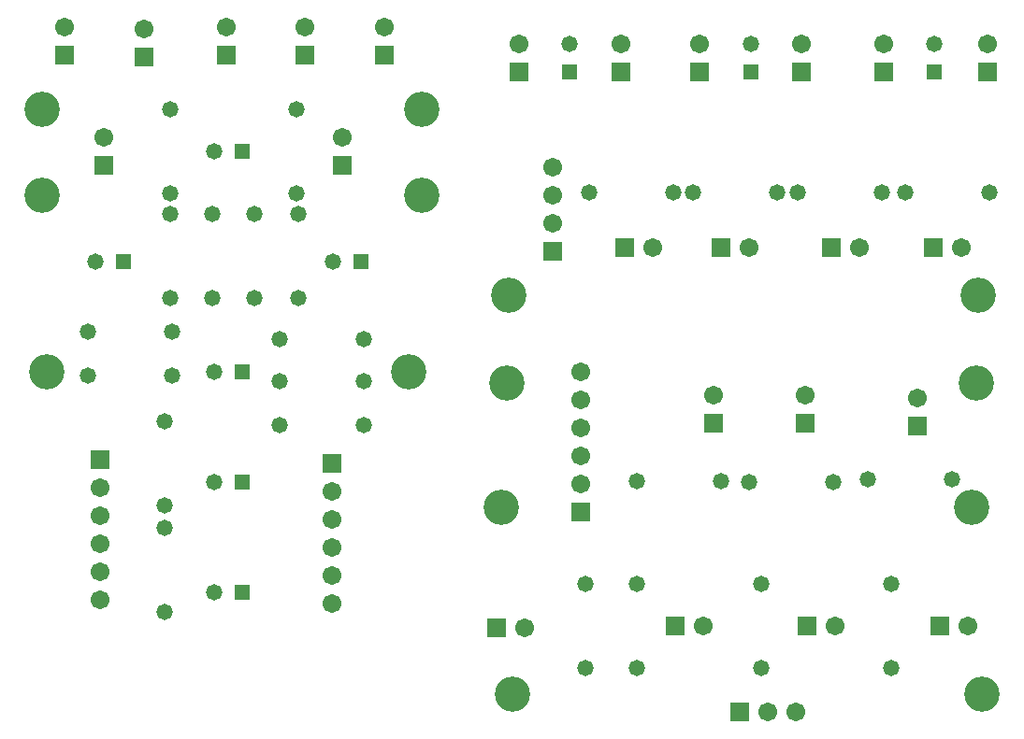
<source format=gbr>
G04 DipTrace 2.4.0.2*
%INTopMask.gbr*%
%MOIN*%
%ADD23C,0.126*%
%ADD30C,0.0671*%
%ADD32R,0.0671X0.0671*%
%ADD34C,0.058*%
%ADD36R,0.058X0.058*%
%ADD38C,0.058*%
%FSLAX44Y44*%
G04*
G70*
G90*
G75*
G01*
%LNTopMask*%
%LPD*%
D38*
X11384Y24864D3*
D36*
X12384D3*
D38*
X15617Y20927D3*
D36*
X16617D3*
D38*
X7152D3*
D36*
X8152D3*
D38*
X11384Y16990D3*
D36*
X12384D3*
D38*
X11384Y13053D3*
D36*
X12384D3*
D38*
X11384Y9116D3*
D36*
X12384D3*
D38*
X9634Y15238D3*
D34*
Y12238D3*
D38*
X9820Y22616D3*
D34*
Y19616D3*
D38*
X11322Y22616D3*
D34*
Y19616D3*
D38*
X14385Y22616D3*
D34*
Y19616D3*
D38*
X12822Y22616D3*
D34*
Y19616D3*
D38*
X9634Y11425D3*
D34*
Y8425D3*
D32*
X15578Y13738D3*
D30*
Y12738D3*
Y11738D3*
Y10738D3*
Y9738D3*
Y8738D3*
D38*
X6884Y18426D3*
D34*
X9884D3*
D38*
X13731Y16676D3*
D34*
X16731D3*
D38*
X14322Y23364D3*
D34*
Y26364D3*
D38*
X9822D3*
D34*
Y23364D3*
D38*
X13731Y18176D3*
D34*
X16731D3*
D38*
X13731Y15113D3*
D34*
X16731D3*
D38*
X6884Y16863D3*
D34*
X9884D3*
D32*
X15947Y24364D3*
D30*
Y25364D3*
D32*
X17447Y28301D3*
D30*
Y29301D3*
D32*
X14635Y28301D3*
D30*
Y29301D3*
D32*
X11822Y28301D3*
D30*
Y29301D3*
D32*
X8884Y28239D3*
D30*
Y29239D3*
D32*
X6071Y28301D3*
D30*
Y29301D3*
D32*
X7446Y24364D3*
D30*
Y25364D3*
D32*
X7321Y13863D3*
D30*
Y12863D3*
Y11863D3*
Y10863D3*
Y9863D3*
Y8863D3*
D23*
X18341Y16990D3*
X5428D3*
X18797Y26364D3*
X5259D3*
X18797Y23301D3*
X5259D3*
D32*
X23448Y21301D3*
D30*
Y22301D3*
Y23301D3*
Y24301D3*
D32*
X24448Y11988D3*
D30*
Y12988D3*
Y13988D3*
Y14988D3*
Y15988D3*
Y16988D3*
D38*
X24073Y28712D3*
D36*
Y27712D3*
D38*
X30511Y28712D3*
D36*
Y27712D3*
D38*
X37074Y28712D3*
D36*
Y27712D3*
D23*
X38762Y5487D3*
X22010D3*
X21635Y12175D3*
X38387D3*
X21885Y19739D3*
X38637D3*
X21823Y16613D3*
X38575D3*
D32*
X25886Y27712D3*
D30*
Y28712D3*
D32*
X32324Y27712D3*
D30*
Y28712D3*
D32*
X38950Y27712D3*
D30*
Y28712D3*
D32*
X36449Y15051D3*
D30*
Y16051D3*
D32*
X32449Y15176D3*
D30*
Y16176D3*
D32*
X29199Y15176D3*
D30*
Y16176D3*
D32*
X26011Y21431D3*
D30*
X27011D3*
D32*
X29449D3*
D30*
X30449D3*
D32*
X33387D3*
D30*
X34387D3*
D32*
X37012D3*
D30*
X38012D3*
D32*
X21448Y7862D3*
D30*
X22448D3*
D32*
X27823Y7927D3*
D30*
X28823D3*
D32*
X32511D3*
D30*
X33511D3*
D32*
X37262D3*
D30*
X38262D3*
D32*
X30136Y4862D3*
D30*
X31136D3*
X32136D3*
D32*
X22260Y27712D3*
D30*
Y28712D3*
D32*
X28699Y27712D3*
D30*
Y28712D3*
D32*
X35262Y27712D3*
D30*
Y28712D3*
D38*
X37700Y13175D3*
D34*
X34700D3*
D38*
X33449Y13050D3*
D34*
X30449D3*
D38*
X29449Y13113D3*
D34*
X26449D3*
D38*
X27761Y23399D3*
D34*
X24761D3*
D38*
X31449D3*
D34*
X28449D3*
D38*
X35199D3*
D34*
X32199D3*
D38*
X39012D3*
D34*
X36012D3*
D38*
X24636Y9427D3*
D34*
Y6427D3*
D38*
X26448Y9427D3*
D34*
Y6427D3*
D38*
X30886Y9427D3*
D34*
Y6427D3*
D38*
X35512Y9427D3*
D34*
Y6427D3*
M02*

</source>
